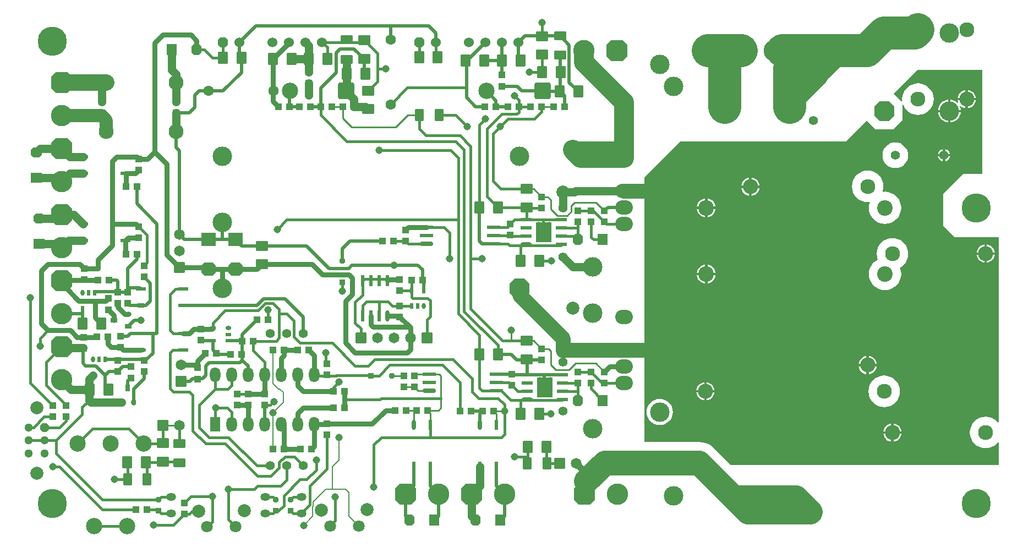
<source format=gbr>
G04 Layer_Physical_Order=2*
G04 Layer_Color=16711680*
%FSLAX26Y26*%
%MOIN*%
%TF.FileFunction,Copper,L2,Bot,Signal*%
%TF.Part,Single*%
G01*
G75*
%TA.AperFunction,Conductor*%
%ADD11C,0.050000*%
%ADD12C,0.015000*%
%ADD13C,0.020000*%
%ADD14C,0.150000*%
%ADD15C,0.120000*%
%ADD16C,0.030000*%
%ADD17C,0.200000*%
%ADD19C,0.010000*%
%TA.AperFunction,ComponentPad*%
%ADD20C,0.078740*%
%ADD21C,0.051181*%
G04:AMPARAMS|DCode=22|XSize=51.181mil|YSize=51.181mil|CornerRadius=0mil|HoleSize=0mil|Usage=FLASHONLY|Rotation=270.000|XOffset=0mil|YOffset=0mil|HoleType=Round|Shape=Octagon|*
%AMOCTAGOND22*
4,1,8,-0.012795,-0.025591,0.012795,-0.025591,0.025591,-0.012795,0.025591,0.012795,0.012795,0.025591,-0.012795,0.025591,-0.025591,0.012795,-0.025591,-0.012795,-0.012795,-0.025591,0.0*
%
%ADD22OCTAGOND22*%

%ADD23C,0.090551*%
%ADD24C,0.070866*%
%ADD25C,0.060000*%
G04:AMPARAMS|DCode=26|XSize=60mil|YSize=60mil|CornerRadius=0mil|HoleSize=0mil|Usage=FLASHONLY|Rotation=0.000|XOffset=0mil|YOffset=0mil|HoleType=Round|Shape=Octagon|*
%AMOCTAGOND26*
4,1,8,0.030000,-0.015000,0.030000,0.015000,0.015000,0.030000,-0.015000,0.030000,-0.030000,0.015000,-0.030000,-0.015000,-0.015000,-0.030000,0.015000,-0.030000,0.030000,-0.015000,0.0*
%
%ADD26OCTAGOND26*%

%ADD27C,0.065000*%
G04:AMPARAMS|DCode=28|XSize=65mil|YSize=65mil|CornerRadius=3.25mil|HoleSize=0mil|Usage=FLASHONLY|Rotation=180.000|XOffset=0mil|YOffset=0mil|HoleType=Round|Shape=RoundedRectangle|*
%AMROUNDEDRECTD28*
21,1,0.065000,0.058500,0,0,180.0*
21,1,0.058500,0.065000,0,0,180.0*
1,1,0.006500,-0.029250,0.029250*
1,1,0.006500,0.029250,0.029250*
1,1,0.006500,0.029250,-0.029250*
1,1,0.006500,-0.029250,-0.029250*
%
%ADD28ROUNDEDRECTD28*%
%ADD29C,0.118110*%
G04:AMPARAMS|DCode=30|XSize=118.11mil|YSize=118.11mil|CornerRadius=0mil|HoleSize=0mil|Usage=FLASHONLY|Rotation=270.000|XOffset=0mil|YOffset=0mil|HoleType=Round|Shape=Octagon|*
%AMOCTAGOND30*
4,1,8,-0.029527,-0.059055,0.029527,-0.059055,0.059055,-0.029528,0.059055,0.029528,0.029527,0.059055,-0.029527,0.059055,-0.059055,0.029528,-0.059055,-0.029528,-0.029527,-0.059055,0.0*
%
%ADD30OCTAGOND30*%

G04:AMPARAMS|DCode=31|XSize=65mil|YSize=65mil|CornerRadius=3.25mil|HoleSize=0mil|Usage=FLASHONLY|Rotation=90.000|XOffset=0mil|YOffset=0mil|HoleType=Round|Shape=RoundedRectangle|*
%AMROUNDEDRECTD31*
21,1,0.065000,0.058500,0,0,90.0*
21,1,0.058500,0.065000,0,0,90.0*
1,1,0.006500,0.029250,0.029250*
1,1,0.006500,0.029250,-0.029250*
1,1,0.006500,-0.029250,-0.029250*
1,1,0.006500,-0.029250,0.029250*
%
%ADD31ROUNDEDRECTD31*%
%ADD32C,0.098425*%
G04:AMPARAMS|DCode=33|XSize=98.425mil|YSize=98.425mil|CornerRadius=9.842mil|HoleSize=0mil|Usage=FLASHONLY|Rotation=0.000|XOffset=0mil|YOffset=0mil|HoleType=Round|Shape=RoundedRectangle|*
%AMROUNDEDRECTD33*
21,1,0.098425,0.078740,0,0,0.0*
21,1,0.078740,0.098425,0,0,0.0*
1,1,0.019685,0.039370,-0.039370*
1,1,0.019685,-0.039370,-0.039370*
1,1,0.019685,-0.039370,0.039370*
1,1,0.019685,0.039370,0.039370*
%
%ADD33ROUNDEDRECTD33*%
%ADD34C,0.062992*%
G04:AMPARAMS|DCode=35|XSize=118.11mil|YSize=118.11mil|CornerRadius=0mil|HoleSize=0mil|Usage=FLASHONLY|Rotation=180.000|XOffset=0mil|YOffset=0mil|HoleType=Round|Shape=Octagon|*
%AMOCTAGOND35*
4,1,8,-0.059055,0.029527,-0.059055,-0.029527,-0.029528,-0.059055,0.029528,-0.059055,0.059055,-0.029527,0.059055,0.029527,0.029528,0.059055,-0.029528,0.059055,-0.059055,0.029527,0.0*
%
%ADD35OCTAGOND35*%

G04:AMPARAMS|DCode=36|XSize=129.921mil|YSize=129.921mil|CornerRadius=0mil|HoleSize=0mil|Usage=FLASHONLY|Rotation=270.000|XOffset=0mil|YOffset=0mil|HoleType=Round|Shape=Octagon|*
%AMOCTAGOND36*
4,1,8,-0.032480,-0.064961,0.032480,-0.064961,0.064961,-0.032480,0.064961,0.032480,0.032480,0.064961,-0.032480,0.064961,-0.064961,0.032480,-0.064961,-0.032480,-0.032480,-0.064961,0.0*
%
%ADD36OCTAGOND36*%

%ADD37C,0.129921*%
%ADD38C,0.094488*%
%ADD39C,0.055118*%
%ADD40O,0.059055X0.047244*%
G04:AMPARAMS|DCode=41|XSize=129.921mil|YSize=129.921mil|CornerRadius=0mil|HoleSize=0mil|Usage=FLASHONLY|Rotation=180.000|XOffset=0mil|YOffset=0mil|HoleType=Round|Shape=Octagon|*
%AMOCTAGOND41*
4,1,8,-0.064961,0.032480,-0.064961,-0.032480,-0.032480,-0.064961,0.032480,-0.064961,0.064961,-0.032480,0.064961,0.032480,0.032480,0.064961,-0.032480,0.064961,-0.064961,0.032480,0.0*
%
%ADD41OCTAGOND41*%

%ADD42O,0.106299X0.088189*%
%ADD43O,0.064000X0.090000*%
%ADD44R,0.064000X0.090000*%
%TA.AperFunction,WasherPad*%
%ADD45C,0.177165*%
%TA.AperFunction,ViaPad*%
%ADD46C,0.118110*%
%ADD47C,0.045000*%
%ADD48C,0.025984*%
%TA.AperFunction,SMDPad,CuDef*%
G04:AMPARAMS|DCode=49|XSize=40mil|YSize=40mil|CornerRadius=3mil|HoleSize=0mil|Usage=FLASHONLY|Rotation=180.000|XOffset=0mil|YOffset=0mil|HoleType=Round|Shape=RoundedRectangle|*
%AMROUNDEDRECTD49*
21,1,0.040000,0.034000,0,0,180.0*
21,1,0.034000,0.040000,0,0,180.0*
1,1,0.006000,-0.017000,0.017000*
1,1,0.006000,0.017000,0.017000*
1,1,0.006000,0.017000,-0.017000*
1,1,0.006000,-0.017000,-0.017000*
%
%ADD49ROUNDEDRECTD49*%
%ADD50R,0.040000X0.030000*%
%ADD51O,0.040000X0.030000*%
%ADD52R,0.030000X0.040000*%
%ADD53O,0.030000X0.040000*%
%ADD54O,0.023622X0.035433*%
%ADD55R,0.023622X0.035433*%
%ADD56O,0.068898X0.023622*%
%ADD57R,0.068898X0.023622*%
%ADD58R,0.094488X0.122047*%
G04:AMPARAMS|DCode=59|XSize=23.622mil|YSize=80.709mil|CornerRadius=0mil|HoleSize=0mil|Usage=FLASHONLY|Rotation=270.000|XOffset=0mil|YOffset=0mil|HoleType=Round|Shape=Octagon|*
%AMOCTAGOND59*
4,1,8,0.040354,0.005905,0.040354,-0.005905,0.034449,-0.011811,-0.034449,-0.011811,-0.040354,-0.005905,-0.040354,0.005905,-0.034449,0.011811,0.034449,0.011811,0.040354,0.005905,0.0*
%
%ADD59OCTAGOND59*%

%ADD60R,0.080709X0.023622*%
%ADD61R,0.023622X0.068898*%
%ADD62O,0.023622X0.068898*%
G04:AMPARAMS|DCode=63|XSize=40mil|YSize=40mil|CornerRadius=3mil|HoleSize=0mil|Usage=FLASHONLY|Rotation=270.000|XOffset=0mil|YOffset=0mil|HoleType=Round|Shape=RoundedRectangle|*
%AMROUNDEDRECTD63*
21,1,0.040000,0.034000,0,0,270.0*
21,1,0.034000,0.040000,0,0,270.0*
1,1,0.006000,-0.017000,-0.017000*
1,1,0.006000,-0.017000,0.017000*
1,1,0.006000,0.017000,0.017000*
1,1,0.006000,0.017000,-0.017000*
%
%ADD63ROUNDEDRECTD63*%
G04:AMPARAMS|DCode=64|XSize=63mil|YSize=71mil|CornerRadius=4.725mil|HoleSize=0mil|Usage=FLASHONLY|Rotation=90.000|XOffset=0mil|YOffset=0mil|HoleType=Round|Shape=RoundedRectangle|*
%AMROUNDEDRECTD64*
21,1,0.063000,0.061550,0,0,90.0*
21,1,0.053550,0.071000,0,0,90.0*
1,1,0.009450,0.030775,0.026775*
1,1,0.009450,0.030775,-0.026775*
1,1,0.009450,-0.030775,-0.026775*
1,1,0.009450,-0.030775,0.026775*
%
%ADD64ROUNDEDRECTD64*%
G04:AMPARAMS|DCode=65|XSize=63mil|YSize=71mil|CornerRadius=4.725mil|HoleSize=0mil|Usage=FLASHONLY|Rotation=0.000|XOffset=0mil|YOffset=0mil|HoleType=Round|Shape=RoundedRectangle|*
%AMROUNDEDRECTD65*
21,1,0.063000,0.061550,0,0,0.0*
21,1,0.053550,0.071000,0,0,0.0*
1,1,0.009450,0.026775,-0.030775*
1,1,0.009450,-0.026775,-0.030775*
1,1,0.009450,-0.026775,0.030775*
1,1,0.009450,0.026775,0.030775*
%
%ADD65ROUNDEDRECTD65*%
%ADD66R,0.086614X0.080709*%
G04:AMPARAMS|DCode=67|XSize=86.614mil|YSize=80.709mil|CornerRadius=0mil|HoleSize=0mil|Usage=FLASHONLY|Rotation=0.000|XOffset=0mil|YOffset=0mil|HoleType=Round|Shape=Octagon|*
%AMOCTAGOND67*
4,1,8,0.043307,-0.020177,0.043307,0.020177,0.023130,0.040354,-0.023130,0.040354,-0.043307,0.020177,-0.043307,-0.020177,-0.023130,-0.040354,0.023130,-0.040354,0.043307,-0.020177,0.0*
%
%ADD67OCTAGOND67*%

%ADD68R,0.062992X0.023622*%
%ADD69O,0.062992X0.023622*%
%ADD70R,0.066929X0.062992*%
G04:AMPARAMS|DCode=71|XSize=66.929mil|YSize=62.992mil|CornerRadius=0mil|HoleSize=0mil|Usage=FLASHONLY|Rotation=0.000|XOffset=0mil|YOffset=0mil|HoleType=Round|Shape=Octagon|*
%AMOCTAGOND71*
4,1,8,0.033465,-0.015748,0.033465,0.015748,0.017717,0.031496,-0.017717,0.031496,-0.033465,0.015748,-0.033465,-0.015748,-0.017717,-0.031496,0.017717,-0.031496,0.033465,-0.015748,0.0*
%
%ADD71OCTAGOND71*%

G04:AMPARAMS|DCode=72|XSize=66.929mil|YSize=62.992mil|CornerRadius=0mil|HoleSize=0mil|Usage=FLASHONLY|Rotation=270.000|XOffset=0mil|YOffset=0mil|HoleType=Round|Shape=Octagon|*
%AMOCTAGOND72*
4,1,8,-0.015748,-0.033465,0.015748,-0.033465,0.031496,-0.017717,0.031496,0.017717,0.015748,0.033465,-0.015748,0.033465,-0.031496,0.017717,-0.031496,-0.017717,-0.015748,-0.033465,0.0*
%
%ADD72OCTAGOND72*%

%ADD73R,0.062992X0.066929*%
G04:AMPARAMS|DCode=74|XSize=35.433mil|YSize=35.433mil|CornerRadius=0mil|HoleSize=0mil|Usage=FLASHONLY|Rotation=270.000|XOffset=0mil|YOffset=0mil|HoleType=Round|Shape=Octagon|*
%AMOCTAGOND74*
4,1,8,-0.008858,-0.017717,0.008858,-0.017717,0.017717,-0.008858,0.017717,0.008858,0.008858,0.017717,-0.008858,0.017717,-0.017717,0.008858,-0.017717,-0.008858,-0.008858,-0.017717,0.0*
%
%ADD74OCTAGOND74*%

%ADD75R,0.035433X0.035433*%
G04:AMPARAMS|DCode=76|XSize=35.433mil|YSize=35.433mil|CornerRadius=0mil|HoleSize=0mil|Usage=FLASHONLY|Rotation=0.000|XOffset=0mil|YOffset=0mil|HoleType=Round|Shape=Octagon|*
%AMOCTAGOND76*
4,1,8,0.017717,-0.008858,0.017717,0.008858,0.008858,0.017717,-0.008858,0.017717,-0.017717,0.008858,-0.017717,-0.008858,-0.008858,-0.017717,0.008858,-0.017717,0.017717,-0.008858,0.0*
%
%ADD76OCTAGOND76*%

%ADD77R,0.035433X0.035433*%
G04:AMPARAMS|DCode=78|XSize=35.433mil|YSize=33.465mil|CornerRadius=0mil|HoleSize=0mil|Usage=FLASHONLY|Rotation=0.000|XOffset=0mil|YOffset=0mil|HoleType=Round|Shape=Octagon|*
%AMOCTAGOND78*
4,1,8,0.017717,-0.008366,0.017717,0.008366,0.009351,0.016732,-0.009351,0.016732,-0.017717,0.008366,-0.017717,-0.008366,-0.009351,-0.016732,0.009351,-0.016732,0.017717,-0.008366,0.0*
%
%ADD78OCTAGOND78*%

%ADD79R,0.035433X0.033465*%
%ADD80R,0.035433X0.023622*%
%ADD81O,0.035433X0.023622*%
G04:AMPARAMS|DCode=82|XSize=55.118mil|YSize=70.866mil|CornerRadius=4.134mil|HoleSize=0mil|Usage=FLASHONLY|Rotation=90.000|XOffset=0mil|YOffset=0mil|HoleType=Round|Shape=RoundedRectangle|*
%AMROUNDEDRECTD82*
21,1,0.055118,0.062599,0,0,90.0*
21,1,0.046850,0.070866,0,0,90.0*
1,1,0.008268,0.031299,0.023425*
1,1,0.008268,0.031299,-0.023425*
1,1,0.008268,-0.031299,-0.023425*
1,1,0.008268,-0.031299,0.023425*
%
%ADD82ROUNDEDRECTD82*%
G04:AMPARAMS|DCode=83|XSize=55.118mil|YSize=70.866mil|CornerRadius=4.134mil|HoleSize=0mil|Usage=FLASHONLY|Rotation=0.000|XOffset=0mil|YOffset=0mil|HoleType=Round|Shape=RoundedRectangle|*
%AMROUNDEDRECTD83*
21,1,0.055118,0.062599,0,0,0.0*
21,1,0.046850,0.070866,0,0,0.0*
1,1,0.008268,0.023425,-0.031299*
1,1,0.008268,-0.023425,-0.031299*
1,1,0.008268,-0.023425,0.031299*
1,1,0.008268,0.023425,0.031299*
%
%ADD83ROUNDEDRECTD83*%
%ADD84O,0.023622X0.062992*%
%ADD85R,0.023622X0.062992*%
%TA.AperFunction,Conductor*%
%ADD86C,0.008000*%
%ADD87C,0.090000*%
%TA.AperFunction,NonConductor*%
%ADD88C,0.010000*%
%TA.AperFunction,Conductor*%
%ADD89C,0.100000*%
%ADD90C,0.080000*%
%ADD91C,0.040000*%
G36*
X7185039Y3996063D02*
X7066929Y3996063D01*
X6948819Y3877953D01*
X6948819Y3681102D01*
X7017717Y3612205D01*
X7283465Y3612205D01*
X7283465Y2492762D01*
X7278757Y2491077D01*
X7272420Y2498798D01*
X7257913Y2510704D01*
X7241361Y2519551D01*
X7223402Y2524999D01*
X7204724Y2526839D01*
X7186047Y2524999D01*
X7168088Y2519551D01*
X7151536Y2510704D01*
X7137028Y2498798D01*
X7125122Y2484291D01*
X7116275Y2467739D01*
X7110827Y2449780D01*
X7108988Y2431102D01*
X7110827Y2412425D01*
X7116275Y2394465D01*
X7125122Y2377914D01*
X7137028Y2363406D01*
X7151536Y2351500D01*
X7168088Y2342653D01*
X7186047Y2337205D01*
X7204724Y2335366D01*
X7223402Y2337205D01*
X7241361Y2342653D01*
X7257913Y2351500D01*
X7272420Y2363406D01*
X7278757Y2371127D01*
X7283465Y2369443D01*
X7283465Y2234252D01*
X6860236D01*
X5659607Y2234252D01*
X5557756Y2336103D01*
X5542794Y2348881D01*
X5526019Y2359161D01*
X5507841Y2366691D01*
X5488709Y2371284D01*
X5469094Y2372828D01*
X5137796D01*
X5137795Y3976378D01*
X5354331Y4192913D01*
X6358268D01*
X6485315Y4319961D01*
X6536772Y4268504D01*
X6645827D01*
X6700354Y4323031D01*
Y4415658D01*
X6705354Y4416399D01*
X6706275Y4413363D01*
X6715122Y4396812D01*
X6727028Y4382304D01*
X6741536Y4370398D01*
X6758088Y4361551D01*
X6776047Y4356103D01*
X6794724Y4354263D01*
X6813402Y4356103D01*
X6831361Y4361551D01*
X6847913Y4370398D01*
X6862420Y4382304D01*
X6874327Y4396812D01*
X6883173Y4413363D01*
X6888621Y4431323D01*
X6890461Y4450000D01*
X6888621Y4468677D01*
X6883173Y4486637D01*
X6874327Y4503188D01*
X6862420Y4517696D01*
X6847913Y4529602D01*
X6831361Y4538449D01*
X6813402Y4543897D01*
X6794724Y4545737D01*
X6776047Y4543897D01*
X6758088Y4538449D01*
X6741536Y4529602D01*
X6727028Y4517696D01*
X6715122Y4503188D01*
X6706275Y4486637D01*
X6700827Y4468677D01*
X6698988Y4450000D01*
X6700023Y4439489D01*
X6695222Y4437218D01*
X6648898Y4483543D01*
X6692913Y4527559D01*
X6791339Y4625984D01*
X7185039D01*
X7185039Y3996063D01*
D02*
G37*
%LPC*%
G36*
X6640000Y3608414D02*
X6621323Y3606574D01*
X6603363Y3601126D01*
X6586812Y3592279D01*
X6572304Y3580373D01*
X6560398Y3565866D01*
X6551551Y3549314D01*
X6546103Y3531354D01*
X6544263Y3512677D01*
X6546103Y3494000D01*
X6551290Y3476900D01*
X6540713Y3471247D01*
X6525905Y3459095D01*
X6513753Y3444287D01*
X6504724Y3427394D01*
X6499163Y3409063D01*
X6497285Y3390000D01*
X6499163Y3370937D01*
X6504724Y3352606D01*
X6513753Y3335713D01*
X6525905Y3320905D01*
X6540713Y3308753D01*
X6557606Y3299724D01*
X6575937Y3294163D01*
X6595000Y3292285D01*
X6614063Y3294163D01*
X6632394Y3299724D01*
X6649287Y3308753D01*
X6664095Y3320905D01*
X6676247Y3335713D01*
X6685276Y3352606D01*
X6690837Y3370937D01*
X6692715Y3390000D01*
X6690837Y3409063D01*
X6685276Y3427394D01*
X6684673Y3428523D01*
X6693188Y3433075D01*
X6707696Y3444981D01*
X6719602Y3459489D01*
X6728449Y3476040D01*
X6733897Y3494000D01*
X6735737Y3512677D01*
X6733897Y3531354D01*
X6728449Y3549314D01*
X6719602Y3565866D01*
X6707696Y3580373D01*
X6693188Y3592279D01*
X6676637Y3601126D01*
X6658677Y3606574D01*
X6640000Y3608414D01*
D02*
G37*
G36*
X5504823Y3382500D02*
X5455572D01*
X5456552Y3375056D01*
X5462320Y3361131D01*
X5471496Y3349173D01*
X5483454Y3339997D01*
X5497379Y3334229D01*
X5504823Y3333249D01*
Y3382500D01*
D02*
G37*
G36*
X6497500Y2893427D02*
Y2846161D01*
X6544765D01*
X6543853Y2853091D01*
X6538283Y2866538D01*
X6529423Y2878084D01*
X6517876Y2886945D01*
X6504430Y2892514D01*
X6497500Y2893427D01*
D02*
G37*
G36*
X6544765Y2831161D02*
X6497500D01*
Y2783896D01*
X6504430Y2784809D01*
X6517876Y2790378D01*
X6529423Y2799238D01*
X6538283Y2810785D01*
X6543853Y2824232D01*
X6544765Y2831161D01*
D02*
G37*
G36*
X6482500Y2893427D02*
X6475570Y2892514D01*
X6462124Y2886945D01*
X6450577Y2878084D01*
X6441717Y2866538D01*
X6436147Y2853091D01*
X6435235Y2846161D01*
X6482500D01*
Y2893427D01*
D02*
G37*
G36*
X5569074Y3382500D02*
X5519823D01*
Y3333249D01*
X5527266Y3334229D01*
X5541192Y3339997D01*
X5553150Y3349173D01*
X5562325Y3361131D01*
X5568093Y3375056D01*
X5569074Y3382500D01*
D02*
G37*
G36*
X7197225Y3506279D02*
X7149959D01*
X7150872Y3499350D01*
X7156441Y3485903D01*
X7165301Y3474356D01*
X7176848Y3465496D01*
X7190295Y3459927D01*
X7197225Y3459014D01*
Y3506279D01*
D02*
G37*
G36*
X7259490D02*
X7212225D01*
Y3459014D01*
X7219154Y3459927D01*
X7232601Y3465496D01*
X7244147Y3474356D01*
X7253008Y3485903D01*
X7258577Y3499350D01*
X7259490Y3506279D01*
D02*
G37*
G36*
X5519823Y3446751D02*
Y3397500D01*
X5569074D01*
X5568093Y3404944D01*
X5562325Y3418869D01*
X5553150Y3430827D01*
X5541192Y3440003D01*
X5527266Y3445771D01*
X5519823Y3446751D01*
D02*
G37*
G36*
X7197225Y3568545D02*
X7190295Y3567632D01*
X7176848Y3562063D01*
X7165301Y3553202D01*
X7156441Y3541656D01*
X7150872Y3528209D01*
X7149959Y3521279D01*
X7197225D01*
Y3568545D01*
D02*
G37*
G36*
X5504823Y3446751D02*
X5497379Y3445771D01*
X5483454Y3440003D01*
X5471496Y3430827D01*
X5462320Y3418869D01*
X5456552Y3404944D01*
X5455572Y3397500D01*
X5504823D01*
Y3446751D01*
D02*
G37*
G36*
X6647500Y2484765D02*
Y2437500D01*
X6694765D01*
X6693853Y2444430D01*
X6688283Y2457876D01*
X6679423Y2469423D01*
X6667876Y2478283D01*
X6654430Y2483853D01*
X6647500Y2484765D01*
D02*
G37*
G36*
X5230000Y2634438D02*
X5214502Y2632911D01*
X5199600Y2628391D01*
X5185867Y2621050D01*
X5173829Y2611171D01*
X5163950Y2599133D01*
X5156609Y2585399D01*
X5152089Y2570497D01*
X5150562Y2555000D01*
X5152089Y2539503D01*
X5156609Y2524601D01*
X5163950Y2510867D01*
X5173829Y2498829D01*
X5185867Y2488950D01*
X5199600Y2481609D01*
X5214502Y2477089D01*
X5230000Y2475562D01*
X5245498Y2477089D01*
X5260400Y2481609D01*
X5274133Y2488950D01*
X5286171Y2498829D01*
X5296050Y2510867D01*
X5303391Y2524601D01*
X5307911Y2539503D01*
X5309438Y2555000D01*
X5307911Y2570497D01*
X5303391Y2585399D01*
X5296050Y2599133D01*
X5286171Y2611171D01*
X5274133Y2621050D01*
X5260400Y2628391D01*
X5245498Y2632911D01*
X5230000Y2634438D01*
D02*
G37*
G36*
X6632500Y2484765D02*
X6625570Y2483853D01*
X6612124Y2478283D01*
X6600577Y2469423D01*
X6591717Y2457876D01*
X6586147Y2444430D01*
X6585235Y2437500D01*
X6632500D01*
Y2484765D01*
D02*
G37*
G36*
Y2422500D02*
X6585235D01*
X6586147Y2415570D01*
X6591717Y2402124D01*
X6600577Y2390577D01*
X6612124Y2381717D01*
X6625570Y2376147D01*
X6632500Y2375235D01*
Y2422500D01*
D02*
G37*
G36*
X6694765D02*
X6647500D01*
Y2375235D01*
X6654430Y2376147D01*
X6667876Y2381717D01*
X6679423Y2390577D01*
X6688283Y2402124D01*
X6693853Y2415570D01*
X6694765Y2422500D01*
D02*
G37*
G36*
X6590000Y2775737D02*
X6571323Y2773897D01*
X6553363Y2768449D01*
X6536812Y2759602D01*
X6522304Y2747696D01*
X6510398Y2733188D01*
X6501551Y2716637D01*
X6496103Y2698677D01*
X6494263Y2680000D01*
X6496103Y2661323D01*
X6501551Y2643363D01*
X6510398Y2626812D01*
X6522304Y2612304D01*
X6536812Y2600398D01*
X6553363Y2591551D01*
X6571323Y2586103D01*
X6590000Y2584263D01*
X6608677Y2586103D01*
X6626637Y2591551D01*
X6643188Y2600398D01*
X6657696Y2612304D01*
X6669602Y2626812D01*
X6678449Y2643363D01*
X6683897Y2661323D01*
X6685737Y2680000D01*
X6683897Y2698677D01*
X6678449Y2716637D01*
X6669602Y2733188D01*
X6657696Y2747696D01*
X6643188Y2759602D01*
X6626637Y2768449D01*
X6608677Y2773897D01*
X6590000Y2775737D01*
D02*
G37*
G36*
X5514823Y2734765D02*
Y2687500D01*
X5562088D01*
X5561176Y2694430D01*
X5555606Y2707876D01*
X5546746Y2719423D01*
X5535199Y2728283D01*
X5521753Y2733853D01*
X5514823Y2734765D01*
D02*
G37*
G36*
X6482500Y2831161D02*
X6435235D01*
X6436147Y2824232D01*
X6441717Y2810785D01*
X6450577Y2799238D01*
X6462124Y2790378D01*
X6475570Y2784809D01*
X6482500Y2783896D01*
Y2831161D01*
D02*
G37*
G36*
X5499823Y2734765D02*
X5492893Y2733853D01*
X5479447Y2728283D01*
X5467900Y2719423D01*
X5459040Y2707876D01*
X5453470Y2694430D01*
X5452558Y2687500D01*
X5499823D01*
Y2734765D01*
D02*
G37*
G36*
Y2672500D02*
X5452558D01*
X5453470Y2665570D01*
X5459040Y2652124D01*
X5467900Y2640577D01*
X5479447Y2631717D01*
X5492893Y2626147D01*
X5499823Y2625235D01*
Y2672500D01*
D02*
G37*
G36*
X5562088D02*
X5514823D01*
Y2625235D01*
X5521753Y2626147D01*
X5535199Y2631717D01*
X5546746Y2640577D01*
X5555606Y2652124D01*
X5561176Y2665570D01*
X5562088Y2672500D01*
D02*
G37*
G36*
X6960138Y4146896D02*
Y4117500D01*
X6989533D01*
X6989230Y4119805D01*
X6985445Y4128942D01*
X6979425Y4136787D01*
X6971579Y4142808D01*
X6962443Y4146592D01*
X6960138Y4146896D01*
D02*
G37*
G36*
X7053650Y4370059D02*
X6992500D01*
Y4308908D01*
X6998537Y4309503D01*
X7011554Y4313452D01*
X7023551Y4319864D01*
X7034066Y4328493D01*
X7042695Y4339008D01*
X7049107Y4351005D01*
X7053056Y4364022D01*
X7053650Y4370059D01*
D02*
G37*
G36*
X6945138Y4146896D02*
X6942833Y4146592D01*
X6933696Y4142808D01*
X6925850Y4136787D01*
X6919830Y4128942D01*
X6916046Y4119805D01*
X6915742Y4117500D01*
X6945138D01*
Y4146896D01*
D02*
G37*
G36*
Y4102500D02*
X6915742D01*
X6916046Y4100195D01*
X6919830Y4091058D01*
X6925850Y4083213D01*
X6933696Y4077192D01*
X6942833Y4073408D01*
X6945138Y4073104D01*
Y4102500D01*
D02*
G37*
G36*
X6989533D02*
X6960138D01*
Y4073104D01*
X6962443Y4073408D01*
X6971579Y4077192D01*
X6979425Y4083213D01*
X6985445Y4091058D01*
X6989230Y4100195D01*
X6989533Y4102500D01*
D02*
G37*
G36*
X6977500Y4370059D02*
X6916350D01*
X6916944Y4364022D01*
X6920893Y4351005D01*
X6927305Y4339008D01*
X6935934Y4328493D01*
X6946449Y4319864D01*
X6958446Y4313452D01*
X6971463Y4309503D01*
X6977500Y4308908D01*
Y4370059D01*
D02*
G37*
G36*
X7082500Y4504765D02*
X7075570Y4503853D01*
X7062124Y4498283D01*
X7050577Y4489423D01*
X7041717Y4477876D01*
X7036147Y4464430D01*
X7035235Y4457500D01*
X7082500D01*
Y4504765D01*
D02*
G37*
G36*
X7097500D02*
Y4457500D01*
X7144765D01*
X7143853Y4464430D01*
X7138283Y4477876D01*
X7129423Y4489423D01*
X7117876Y4498283D01*
X7104430Y4503853D01*
X7097500Y4504765D01*
D02*
G37*
G36*
X7144765Y4442500D02*
X7097500D01*
Y4395235D01*
X7104430Y4396147D01*
X7117876Y4401717D01*
X7129423Y4410577D01*
X7138283Y4422124D01*
X7143853Y4435570D01*
X7144765Y4442500D01*
D02*
G37*
G36*
X6977500Y4446209D02*
X6971463Y4445615D01*
X6958446Y4441666D01*
X6946449Y4435254D01*
X6935934Y4426625D01*
X6927305Y4416110D01*
X6920893Y4404113D01*
X6916944Y4391096D01*
X6916350Y4385059D01*
X6977500D01*
Y4446209D01*
D02*
G37*
G36*
X6992500D02*
Y4385059D01*
X7053650D01*
X7053056Y4391096D01*
X7049107Y4404113D01*
X7047939Y4406299D01*
X7051840Y4409608D01*
X7062124Y4401717D01*
X7075570Y4396147D01*
X7082500Y4395235D01*
Y4442500D01*
X7035235D01*
X7036147Y4435570D01*
X7039158Y4428301D01*
X7034823Y4425702D01*
X7034066Y4426625D01*
X7023551Y4435254D01*
X7011554Y4441666D01*
X6998537Y4445615D01*
X6992500Y4446209D01*
D02*
G37*
G36*
X5569074Y3784075D02*
X5519823D01*
Y3734824D01*
X5527266Y3735804D01*
X5541192Y3741572D01*
X5553150Y3750748D01*
X5562325Y3762706D01*
X5568093Y3776631D01*
X5569074Y3784075D01*
D02*
G37*
G36*
X5504823Y3848325D02*
X5497379Y3847345D01*
X5483454Y3841577D01*
X5471496Y3832402D01*
X5462320Y3820444D01*
X5456552Y3806519D01*
X5455572Y3799075D01*
X5504823D01*
Y3848325D01*
D02*
G37*
G36*
Y3784075D02*
X5455572D01*
X5456552Y3776631D01*
X5462320Y3762706D01*
X5471496Y3750748D01*
X5483454Y3741572D01*
X5497379Y3735804D01*
X5504823Y3734824D01*
Y3784075D01*
D02*
G37*
G36*
X7212225Y3568545D02*
Y3521279D01*
X7259490D01*
X7258577Y3528209D01*
X7253008Y3541656D01*
X7244147Y3553202D01*
X7232601Y3562063D01*
X7219154Y3567632D01*
X7212225Y3568545D01*
D02*
G37*
G36*
X6490000Y4017075D02*
X6471323Y4015236D01*
X6453363Y4009788D01*
X6436812Y4000941D01*
X6422304Y3989035D01*
X6410398Y3974527D01*
X6401551Y3957975D01*
X6396103Y3940016D01*
X6394263Y3921339D01*
X6396103Y3902661D01*
X6401551Y3884702D01*
X6410398Y3868150D01*
X6422304Y3853643D01*
X6436812Y3841736D01*
X6453363Y3832890D01*
X6471323Y3827442D01*
X6490000Y3825602D01*
X6499646Y3826552D01*
X6502818Y3822687D01*
X6499163Y3810638D01*
X6497285Y3791575D01*
X6499163Y3772512D01*
X6504724Y3754181D01*
X6513753Y3737287D01*
X6525905Y3722480D01*
X6540713Y3710328D01*
X6557606Y3701298D01*
X6575937Y3695738D01*
X6595000Y3693860D01*
X6614063Y3695738D01*
X6632394Y3701298D01*
X6649287Y3710328D01*
X6664095Y3722480D01*
X6676247Y3737287D01*
X6685276Y3754181D01*
X6690837Y3772512D01*
X6692715Y3791575D01*
X6690837Y3810638D01*
X6685276Y3828969D01*
X6676247Y3845862D01*
X6664095Y3860669D01*
X6649287Y3872822D01*
X6632394Y3881851D01*
X6614063Y3887412D01*
X6595000Y3889289D01*
X6583852Y3888191D01*
X6580680Y3892057D01*
X6583897Y3902661D01*
X6585737Y3921339D01*
X6583897Y3940016D01*
X6578449Y3957975D01*
X6569602Y3974527D01*
X6557696Y3989035D01*
X6543188Y4000941D01*
X6526637Y4009788D01*
X6508677Y4015236D01*
X6490000Y4017075D01*
D02*
G37*
G36*
X5519823Y3848325D02*
Y3799075D01*
X5569074D01*
X5568093Y3806519D01*
X5562325Y3820444D01*
X5553150Y3832402D01*
X5541192Y3841577D01*
X5527266Y3847345D01*
X5519823Y3848325D01*
D02*
G37*
G36*
X5787500Y3974017D02*
Y3926752D01*
X5834765D01*
X5833853Y3933682D01*
X5828283Y3947128D01*
X5819423Y3958675D01*
X5807876Y3967535D01*
X5794430Y3973105D01*
X5787500Y3974017D01*
D02*
G37*
G36*
X6657362Y4187934D02*
X6642158Y4186437D01*
X6627538Y4182002D01*
X6614064Y4174800D01*
X6602254Y4165108D01*
X6592562Y4153298D01*
X6585360Y4139824D01*
X6580925Y4125204D01*
X6579428Y4110000D01*
X6580925Y4094796D01*
X6585360Y4080176D01*
X6592562Y4066702D01*
X6602254Y4054892D01*
X6614064Y4045200D01*
X6627538Y4037998D01*
X6642158Y4033563D01*
X6657362Y4032066D01*
X6672566Y4033563D01*
X6687186Y4037998D01*
X6700660Y4045200D01*
X6712470Y4054892D01*
X6722162Y4066702D01*
X6729364Y4080176D01*
X6733799Y4094796D01*
X6735297Y4110000D01*
X6733799Y4125204D01*
X6729364Y4139824D01*
X6722162Y4153298D01*
X6712470Y4165108D01*
X6700660Y4174800D01*
X6687186Y4182002D01*
X6672566Y4186437D01*
X6657362Y4187934D01*
D02*
G37*
G36*
X5772500Y3974017D02*
X5765570Y3973105D01*
X5752124Y3967535D01*
X5740577Y3958675D01*
X5731717Y3947128D01*
X5726147Y3933682D01*
X5725235Y3926752D01*
X5772500D01*
Y3974017D01*
D02*
G37*
G36*
Y3911752D02*
X5725235D01*
X5726147Y3904822D01*
X5731717Y3891376D01*
X5740577Y3879829D01*
X5752124Y3870969D01*
X5765570Y3865399D01*
X5772500Y3864487D01*
Y3911752D01*
D02*
G37*
G36*
X5834765D02*
X5787500D01*
Y3864487D01*
X5794430Y3865399D01*
X5807876Y3870969D01*
X5819423Y3879829D01*
X5828283Y3891376D01*
X5833853Y3904822D01*
X5834765Y3911752D01*
D02*
G37*
%LPD*%
D11*
X1970472Y2614173D02*
X1784827D01*
X1774000Y2625000D01*
Y2690000D01*
Y2754157D01*
X1797598Y2777756D01*
X1774000Y2690000D02*
X1664016D01*
X1609016Y2745000D01*
X1736535Y2945000D02*
X1609016D01*
X1737047Y3595000D02*
X1652480D01*
X1607480Y3550000D01*
X1583268Y3574213D01*
X1470000D01*
X1583268Y3725787D02*
X1607480Y3750000D01*
X1682047D01*
X1737047Y3695000D01*
X1607480Y3950000D02*
X1657480Y4000000D01*
X1737047D01*
Y4100000D02*
X1657480D01*
X1607480Y4150000D01*
X1479213D01*
X1455000Y4125787D01*
Y3974213D02*
X1583268D01*
X1607480Y3950000D01*
X1583268Y3725787D02*
X1470000D01*
X1850000Y4433465D02*
Y4521260D01*
X1878740Y4550000D01*
X2274213Y4625787D02*
X2300000Y4600000D01*
Y4550000D01*
Y4433465D01*
Y4366535D02*
Y4254724D01*
X2274213Y4625787D02*
Y4750000D01*
X3001000Y4695000D02*
X3104000D01*
X3105000Y4613465D02*
Y4775000D01*
X3085000Y4795000D01*
X3335000Y4690945D02*
Y4505000D01*
X3330000Y4500000D01*
X3378465Y4451535D01*
Y4405000D01*
X3449000D01*
X3465000Y4389000D01*
X3105000Y4475000D02*
Y4546535D01*
X4645000Y3495000D02*
X4705000Y3435000D01*
X4825000D01*
X4645000Y3790276D02*
Y3886575D01*
X4645472Y3887047D01*
X4713819D01*
X4721772Y3895000D01*
X5015000D01*
X4140000Y2222047D02*
Y2107481D01*
X4090000Y2057481D01*
Y1924213D01*
X4114213Y1900000D01*
D12*
X1853898Y1965000D02*
X2056535D01*
X2123465D02*
X2187520D01*
X2195000Y1957520D01*
X2212520Y1940000D01*
X2270000D01*
X2283543Y1870079D02*
X2350000Y1936535D01*
X2381535D01*
X2398740Y1953740D01*
X2437205D01*
X2488386Y1859252D02*
X2520000Y1890866D01*
Y2045000D01*
X2391535D01*
X2350000Y2003465D01*
X2320000Y2245945D02*
X2311945Y2254000D01*
X2220000D01*
X2216000Y2250000D01*
X2116000D01*
X2125984Y2240016D01*
Y2145669D01*
X2007874D02*
Y2246126D01*
X2004000Y2250000D01*
X2007874Y2145669D02*
X1929134D01*
X1855473Y2022480D02*
X2195000D01*
X2212520Y2040000D01*
X2270000D01*
X2283543Y1870079D02*
X2165354D01*
X2005000Y1865000D02*
X1805000D01*
X1853898Y1965000D02*
X1594488Y2224409D01*
X1555118D01*
X1705000Y2365000D02*
X1795000Y2455000D01*
X2015000D01*
X2105000Y2365000D01*
X2219000D01*
X2220000Y2366000D01*
Y2475000D01*
X2320000Y2364055D02*
Y2475000D01*
X2440945Y2460630D02*
Y2598425D01*
X2536535Y2694016D01*
X2615276D01*
X2636535Y2715276D01*
Y2780000D01*
X2670000Y2663465D02*
X2736535D01*
X2610000Y2580000D02*
X2636535Y2553465D01*
Y2480000D01*
X2610000Y2580000D02*
X2540000D01*
X2536535Y2576535D01*
Y2480000D01*
X2500000Y2401575D02*
X2618110D01*
X2789685Y2230000D01*
X2870000D01*
X2874016Y2165354D02*
X2924941Y2216280D01*
Y2248664D01*
X2959742Y2283465D01*
X3016535D01*
X3070000Y2230000D01*
X3090551Y2145669D02*
X3149606Y2204724D01*
Y2263780D01*
X3090551Y2145669D02*
X3051181D01*
X2952756Y2047244D01*
Y1988189D01*
X2922087Y1957520D01*
X2905000D01*
X2887480Y1940000D01*
X2840000D01*
X2995000Y1957520D02*
X3012520Y1940000D01*
X3060000D01*
Y1942418D01*
X3110236Y1992654D01*
Y2106299D01*
X3215000Y2211063D01*
Y2416535D01*
X3497165Y2355433D02*
X3543307Y2401575D01*
X3838583D01*
X4271654D01*
X4290394Y2420315D01*
Y2560000D01*
Y2599370D01*
X4251968Y2637795D01*
X4133858D01*
X4094488Y2677165D01*
Y2755905D01*
X3976378Y2874016D01*
X3503937D01*
X3464567Y2834646D01*
X3385827D01*
X3248032Y2972441D01*
X3051181D01*
X3015059Y3008563D01*
Y3106988D01*
X2972441Y3149606D01*
X2924941D01*
Y3177421D01*
X2888937Y3213425D01*
X2841896D01*
X2797762Y3169291D01*
X2598425D01*
X2522756Y3093622D01*
Y3062402D01*
X2342953Y3300000D02*
X2296063D01*
X2263780Y3267716D01*
Y3051181D01*
X2284961Y3030000D01*
X2342953D01*
Y2930000D02*
X2280394D01*
X2263780Y2913386D01*
Y2696850D01*
X2283465Y2677165D01*
X2381890D01*
X2401575Y2657480D01*
Y2440945D01*
X2480315Y2362205D01*
X2598425D01*
X2795276Y2165354D01*
X2874016D01*
X2795276Y2106299D02*
X2933071D01*
X2970000Y2143228D01*
Y2230000D01*
X2995000Y2022480D02*
X3012520Y2040000D01*
X3060000D01*
X3233386Y1864252D02*
X3265000Y1895866D01*
Y2040000D01*
X3497165Y2099528D02*
Y2355433D01*
X3535512Y2630000D02*
X3543307Y2637795D01*
X3905000D01*
X3840000Y2477953D02*
Y2402992D01*
X3838583Y2401575D01*
X4021535Y2560000D02*
Y2733465D01*
X3915000Y2840000D01*
X3595000D01*
X3530000Y2775000D01*
X3481024D01*
X3479803Y2776220D01*
X3270833D01*
X3269613Y2775000D01*
X3141535D01*
X3136535Y2780000D01*
X3208661Y2854803D02*
Y2913386D01*
Y2854803D02*
X3215000Y2848465D01*
X3253071Y2701890D02*
X3287402Y2736220D01*
X3253071Y2701890D02*
Y2680000D01*
X3320000D02*
X3322835Y2677165D01*
X3320000Y2630000D02*
X3535512D01*
X3820000Y3003740D02*
Y3113740D01*
X3840000Y3133740D01*
Y3228740D01*
X3825000Y3243740D01*
X3735000D01*
X3726890Y3251850D01*
Y3290276D01*
X3727599Y3290984D01*
Y3352677D01*
X3726535Y3353740D01*
X3726890Y3290276D02*
X3655000D01*
X3585000Y3223740D02*
X3611535Y3197205D01*
X3655000D01*
X3655709Y3196496D01*
X3727599D01*
X3585000Y3223740D02*
X3530000D01*
X3455000D01*
X3430000Y3198740D01*
Y3137441D01*
X3385000Y3093740D02*
Y3218740D01*
X3430000Y3263740D01*
Y3350039D01*
X3438701Y3358740D01*
X3530000D01*
X3580000D01*
X3530000Y3223740D02*
Y3137441D01*
X3385000Y3093740D02*
X3420000Y3058740D01*
Y3003740D01*
X3307087Y3287402D02*
Y3341535D01*
X3618465Y3590000D02*
X3620000Y3591535D01*
X3690167D01*
X3706703Y3575000D01*
X3817412D01*
X3956693Y3484252D02*
Y3641732D01*
X3923425Y3675000D01*
X3817412D01*
X4085000Y3484252D02*
X4153543D01*
X4389000Y3470000D02*
Y3561000D01*
X4385000Y3565000D01*
X4629803D01*
X4634803Y3570000D01*
Y3620000D02*
X4714380D01*
X4734380Y3600000D01*
X4735167Y3600787D01*
Y3670000D01*
Y3706535D01*
Y3773465D02*
X4815167D01*
X4828238D01*
X4895167Y3706535D01*
X4906703Y3695000D01*
X5015000D01*
X4815167Y3706535D02*
Y3614833D01*
X4830000Y3600000D01*
X4885955D01*
X4634803Y3720000D02*
X4525000D01*
X4422205D01*
X4425000Y3722795D01*
Y3794000D01*
X4427465Y3791535D01*
X4515000D01*
X4525000Y3720000D02*
Y3676063D01*
X4528504Y3672559D01*
X4634803Y3670000D02*
X4735167D01*
X4575000Y3470000D02*
X4501000D01*
X4385000Y3565000D02*
X4320000D01*
X4310000Y3575000D01*
X4222923D01*
Y3625000D02*
X4323632D01*
X4325167Y3626535D01*
X4331703Y3620000D01*
X4422205D01*
Y3720000D02*
X4351703D01*
X4325167Y3693465D01*
X4306703Y3675000D01*
X4222923D01*
X4251000Y3795000D02*
X4424000D01*
X4425000Y3794000D01*
Y3906000D02*
X4269000D01*
X4220000Y3955000D01*
Y4240000D01*
X4265000Y4285000D01*
X4310000Y4330000D01*
X4470000D01*
X4514485Y4374485D01*
Y4405000D01*
X4447555D02*
X4376475D01*
Y4443525D01*
X4350000Y4470000D01*
X4376475Y4405000D02*
Y4371475D01*
X4365000Y4360000D01*
X4275000D01*
X4185000Y4270000D01*
Y3861000D01*
X4251000Y3795000D01*
X4139000D02*
Y4294000D01*
X4175000Y4330000D01*
X4060000Y4520000D02*
X3701850D01*
X3600000Y4418150D01*
X3530000Y4140000D02*
X3965000D01*
X4010000Y4095000D01*
Y3720472D01*
Y3150000D01*
X4139000Y3021000D01*
Y2905000D01*
Y2701000D01*
X4155000Y2685000D01*
X4240000D01*
X4270000D01*
X4327736Y2627264D01*
X4390000D01*
X4638563D01*
X4641299Y2630000D01*
Y2680000D02*
X4734213D01*
Y2730748D01*
X4735000Y2731535D01*
X4734213Y2730748D02*
X4733465Y2730000D01*
X4641299D01*
X4734213Y2680000D02*
Y2625000D01*
X4815000Y2695787D02*
X4885787Y2625000D01*
X4881929Y2731535D02*
X4895000D01*
X5013465D01*
X5015000Y2730000D01*
X4815000Y2798465D02*
X4881929Y2731535D01*
X4815000D02*
Y2695787D01*
Y2798465D02*
X4735000D01*
X4570000Y2545000D02*
X4501000D01*
X4544189Y2342520D02*
Y2247150D01*
X4547244Y2244095D01*
X4625984D01*
X4389000Y2545000D02*
Y2626264D01*
X4390000Y2627264D01*
X4371535Y2680000D02*
X4428701D01*
X4371535D02*
X4335000Y2716535D01*
X4316535Y2735000D01*
X4240000D01*
X4251000Y2905000D02*
Y2959000D01*
X4045000Y3165000D01*
Y4145000D01*
X3995000Y4195000D01*
X3335000D01*
X3176535Y4353465D01*
Y4405000D01*
X3465000Y4501000D02*
X3520000Y4556000D01*
Y4635000D01*
X3570000D01*
X3520000D02*
Y4726000D01*
X3440000Y4806000D01*
X3429000Y4795000D01*
X3185000D01*
X3216000Y4764000D01*
Y4695000D01*
X3775945Y4269055D02*
Y4355000D01*
Y4269055D02*
X3815000Y4230000D01*
X4020000D01*
X4085000Y4165000D01*
Y3484252D01*
Y3180000D01*
X4279000Y2986000D01*
X4330709D01*
X4425000D01*
X4432189Y2342520D02*
Y2283465D01*
X4350394D01*
X2913386Y3661417D02*
X2972441Y3720472D01*
X4010000D01*
X4065000Y4285000D02*
X3995000Y4355000D01*
X3894055D01*
X3885000Y4705000D02*
X3875000Y4715000D01*
Y4795000D01*
X3775000D02*
Y4707000D01*
X3773000Y4705000D01*
X4518010Y4719000D02*
Y4612980D01*
X4519000Y4611990D01*
X4441990D01*
X4518010Y4831000D02*
Y4834055D01*
Y4913010D01*
X2858465Y3173425D02*
Y3115000D01*
X2906201Y2984941D02*
X2924941Y3003681D01*
Y3149606D01*
X2906201Y2984941D02*
X2768465D01*
Y2985000D01*
Y2984941D02*
Y2926535D01*
X2836535Y2858465D01*
Y2780000D01*
X2893701Y2618701D02*
Y2618110D01*
Y2618701D02*
X2871535Y2596535D01*
X2836535D01*
X2536535Y2780000D02*
Y2694016D01*
X2440945Y2460630D02*
X2500000Y2401575D01*
X2618110Y2086614D02*
X2775591D01*
X2795276Y2106299D01*
X2840000Y2040000D02*
X2887480D01*
X2905000Y2022480D01*
X2618110Y2086614D02*
Y1902756D01*
X2661614Y1859252D01*
X1855473Y2022480D02*
X1574803Y2303150D01*
Y2381890D01*
X1732284Y2539370D01*
Y2583284D01*
X1774000Y2625000D01*
X1633858Y2598425D02*
X1515748Y2716535D01*
Y2858267D01*
X1607480Y2950000D01*
X1476378Y2952756D02*
Y3001378D01*
X1525000Y3050000D01*
X1417323Y2730315D02*
Y3248032D01*
Y2730315D02*
X1555118Y2592520D01*
Y2525590D02*
X1501968D01*
X1437008Y2460630D01*
X1407480D01*
X1505906D02*
X1594488D01*
X1633858Y2500000D01*
Y2525590D01*
Y2592520D02*
Y2598425D01*
X1574803Y2381890D02*
X1505906D01*
X1407480D01*
X2106299Y3438976D02*
X2125984Y3458662D01*
Y3627480D01*
X2075000Y3678465D01*
X2520000Y4700000D02*
X2584000D01*
X2585000Y4701000D01*
Y4795000D01*
X2470000Y4750000D02*
X2520000Y4700000D01*
X2470000Y4750000D02*
X2425787D01*
D13*
X2330000Y2740000D02*
X2385669D01*
X2401575Y2755905D01*
X2460630D01*
X2480315Y2775591D01*
Y2834646D01*
X2500669Y2855000D01*
X2688071D01*
X2701535Y2868465D01*
X2736535Y2833465D01*
Y2780000D01*
X2701535Y2868465D02*
Y2985000D01*
Y3025000D01*
X2791535Y3115000D01*
X2789580Y3200000D02*
X2830505Y3240925D01*
X2959862D01*
X3070000Y3130787D01*
Y3030000D01*
X2789580Y3200000D02*
X2342953D01*
X2450000Y2991535D02*
X2453937Y2987599D01*
X2522756D01*
Y2930709D01*
X2543465Y2910000D01*
X2548465Y2905000D01*
X2631535D01*
X2617244Y2987599D02*
X2698937D01*
X2701535Y2985000D01*
X2836535Y2596535D02*
Y2480000D01*
X2160000Y2910000D02*
Y3030000D01*
X2185039D01*
Y3694961D01*
X2063465Y3816535D01*
Y3920000D01*
X2320000Y3630000D02*
Y4136693D01*
X2300000Y4156693D01*
Y4254724D01*
Y4366535D02*
X2381535D01*
X2415000Y4400000D01*
Y4475000D01*
X2440000Y4500000D01*
X2498150D01*
X2585000D01*
X2696000Y4611000D01*
Y4700000D01*
X2685000Y4711000D01*
Y4795000D01*
X2785000Y4895000D01*
X3600000D01*
X3830000D01*
X3875000Y4850000D01*
Y4795000D01*
X4060000Y4680000D02*
X4175000Y4795000D01*
X4275000D02*
Y4595455D01*
X4274000Y4685000D02*
X4167990D01*
X4180000Y4500000D02*
X4238465Y4441535D01*
Y4405000D01*
X4309545D01*
X4520000Y4500000D02*
X4521990Y4498010D01*
X4624000D01*
X4653465Y4468545D01*
Y4405000D01*
X4624000Y4498010D02*
X4626020Y4500030D01*
Y4715945D01*
X4682500Y4551510D02*
X4736000Y4498010D01*
X4682500Y4551510D02*
Y4777575D01*
X4626020Y4834055D01*
X4518010D01*
X4414055D01*
X4375000Y4795000D01*
Y4696000D01*
X4386000Y4685000D01*
X4366475Y4528525D02*
X4395000Y4500000D01*
X4520000D01*
X4366475Y4528525D02*
X4275000D01*
X4171535Y4405000D02*
X4115000D01*
X4060000Y4460000D01*
Y4520000D01*
Y4680000D01*
X3600000Y4811850D02*
Y4895000D01*
X3379000Y4755000D02*
X3440000Y4694000D01*
Y4611000D01*
X3446000Y4605000D01*
X3379000Y4755000D02*
X3295000D01*
X3270000Y4730000D01*
Y4610000D01*
X3176535Y4516535D01*
Y4405000D01*
X3113465D01*
X2988465Y4498465D02*
X2990000Y4500000D01*
X2988465Y4498465D02*
Y4405000D01*
X3046535D01*
X2580000Y3705000D02*
Y3603583D01*
X2585000Y3598583D01*
X2660000D01*
X2697583Y3561000D01*
X2820000D01*
X3092543D01*
X3228346Y3425197D01*
X3346457D01*
X3365000Y3443740D01*
X3620000D01*
X3765000D01*
X3793465Y3415276D01*
Y3353740D01*
X3802402Y3344803D01*
Y3290984D01*
X3551535Y3590000D02*
X3353780D01*
X3307087Y3543307D01*
Y3469488D01*
X2585000Y3598583D02*
X2496447D01*
X2351417D01*
X2320000Y3630000D01*
X2145669Y3332677D02*
X2106299Y3372047D01*
X2063465Y3480787D02*
Y3510000D01*
Y3480787D02*
X2007874Y3425197D01*
Y3307087D01*
X2079961D01*
X2087047Y3300000D01*
X2007874Y3307087D02*
Y3281496D01*
X1948819D01*
Y3282126D01*
Y3346457D01*
X1940276Y3355000D01*
X1893465D01*
X1948819Y3282126D02*
X1815590D01*
X1809055Y3275591D01*
X1734252Y3181102D02*
Y3149606D01*
Y3091638D01*
X1735339Y3090551D01*
X1734252Y3149606D02*
X1607874D01*
X1607480Y3150000D01*
X1736535Y2945000D02*
Y2850079D01*
X1751968Y2834646D01*
X1784304D01*
X1784422Y2834528D01*
X1815630D01*
X1872401Y2777756D01*
X1895827Y2801181D01*
X1948819D01*
X1976378Y2828740D01*
X2027559D01*
Y2761811D02*
X2007874Y2742126D01*
Y2700787D01*
X2045276Y2694882D02*
X2106299Y2755905D01*
Y2801181D01*
X2122244Y2872244D02*
X2160000Y2910000D01*
Y3030000D02*
X2087047D01*
X2025000D01*
X2008465Y3013465D01*
X1965000D01*
X1872401Y2872244D02*
X2122244D01*
X2045276Y2694882D02*
Y2614173D01*
X1872401Y2777756D02*
Y2708599D01*
X1891000Y2690000D01*
X2011811Y3072834D02*
X2049213Y3110236D01*
X2086614D01*
X2087047Y3200000D02*
X2117323D01*
X2145669Y3228347D01*
Y3332677D01*
X2007874Y3214567D02*
X2022441Y3200000D01*
X2087047D01*
X3690000Y1924213D02*
Y2057481D01*
X3740000Y2107481D01*
Y2222047D01*
X3840000Y2107481D02*
X3890000Y2057481D01*
Y1924213D01*
X3865787Y1900000D01*
X3840000Y2107481D02*
Y2222047D01*
X3690000Y1924213D02*
X3714213Y1900000D01*
X4265787D02*
X4290000Y1924213D01*
Y2057481D01*
X4240000Y2107481D01*
Y2222047D01*
X4140000Y2477953D02*
Y2543465D01*
X4156535Y2560000D01*
X4088465D01*
X4333465Y2785000D02*
X4335000Y2783465D01*
X4338465Y2780000D01*
X4428701D01*
X4530000D01*
X4641299D01*
X4530000D02*
Y2710000D01*
X4535000Y2705000D01*
X4515000Y2871535D02*
X4427465D01*
X4428701Y2870299D01*
Y2780000D01*
X4427465Y2871535D02*
X4425000Y2874000D01*
X4427465Y2871535D02*
X4363465D01*
X4330000Y2905000D01*
X4251000D01*
X4240000Y2785000D02*
X4333465D01*
X4222923Y3575000D02*
X4155000D01*
X4139000Y3591000D01*
Y3795000D01*
X4895167Y3773465D02*
X4916703Y3795000D01*
X5015000D01*
D14*
X4785039Y2136165D02*
X4896316Y2247441D01*
X5469094D01*
X5679134Y2037401D01*
X5765787Y1950748D01*
X5780000D01*
X5883898D01*
X5962638D01*
X6045236D01*
X6139803D01*
X6053150Y2037401D01*
X5883898D01*
X5679134D01*
D15*
X4712480Y4135000D02*
X4825000D01*
X4975000D01*
X5015000Y4095000D01*
Y4430000D01*
X4770000Y4675000D01*
Y4742520D01*
X4704528Y4142953D02*
X4712480Y4135000D01*
X4752480Y4095000D01*
X5015000D01*
D16*
X2736535Y2480000D02*
Y2596535D01*
X2670000D01*
X2836535Y2663465D02*
Y2780000D01*
Y2663465D02*
X2736535D01*
X2953465Y2330000D02*
X3053071D01*
X2953465D02*
Y2463071D01*
X2936535Y2480000D01*
X3036535D02*
Y2546535D01*
X3070000Y2580000D01*
X3253071D01*
X3320000D02*
Y2630000D01*
Y2680000D01*
X3253071D02*
X3070000D01*
X3036535Y2713465D01*
Y2780000D01*
X2936535D02*
Y2879606D01*
X2953465Y2896535D01*
Y2930000D01*
X3036535D01*
X3136535Y2896929D02*
Y2780000D01*
Y2896929D02*
X3103465Y2930000D01*
X3326772Y2972441D02*
Y3228347D01*
X3366142Y3267716D01*
Y3366142D01*
X3346457Y3385827D01*
X3188976D01*
X3125803Y3449000D01*
X2820000D01*
X2792417Y3421417D01*
X2660000D01*
X2580000D01*
Y3305000D01*
X2522756Y3062402D02*
X2518819Y3058465D01*
X2450000D01*
X2408858D01*
X2380394Y3030000D01*
X2342953D01*
X2330000Y2840000D02*
X2411929D01*
X2430000Y2821929D01*
Y2863465D01*
X2476535Y2910000D01*
X2487864Y3430000D02*
X2496447Y3421417D01*
X2580000D01*
X2487864Y3430000D02*
X2320000D01*
X2244095Y3505905D01*
Y4055905D01*
X2170000Y4130000D01*
Y4790000D01*
X2220000Y4840000D01*
X2390000D01*
X2425787Y4804213D01*
Y4750000D01*
X2889000Y4437535D02*
X2921535Y4405000D01*
X2889000Y4437535D02*
Y4695000D01*
X2985000Y4791000D01*
Y4795000D01*
X2170000Y4130000D02*
X2128465Y4088465D01*
X2075000D01*
X2063465Y4100000D01*
X1992953D01*
X1940000D01*
X1915000Y4075000D01*
Y3695000D01*
X1992953D01*
X2058465D01*
X2075000Y3678465D01*
Y3611535D02*
X2009488D01*
X1992953Y3595000D01*
Y3513583D01*
X1996535Y3510000D01*
X1915000Y3565000D02*
Y3695000D01*
Y3565000D02*
X1826535Y3476535D01*
Y3425000D01*
X1825000Y3423465D01*
X1745000D01*
X1718465Y3450000D01*
X1525000D01*
X1485000Y3410000D01*
Y3090000D01*
X1525000Y3050000D01*
X1660000D01*
X1701535Y3008465D01*
X1740000D01*
X1820000D01*
X1821535Y3010000D01*
X1888465D02*
Y2966535D01*
X1908465Y2946535D01*
X1965000D01*
X1981535Y2930000D01*
X2087047D01*
X2011811Y3147638D02*
X1990157D01*
X1948819Y3188976D01*
Y3214567D01*
X1875984Y3228347D02*
X1889764Y3242126D01*
X1875984Y3228347D02*
X1811024D01*
X1712598D01*
X1633858Y3307087D01*
Y3355000D01*
X1826535D01*
X1811024Y3228347D02*
Y3126866D01*
X1847339Y3090551D01*
X1925197Y3110236D02*
Y3139764D01*
X1889764Y3175197D01*
X1633858Y3355000D02*
X1612480D01*
X1607480Y3350000D01*
X1996535Y3920000D02*
Y3996417D01*
X1992953Y4000000D01*
X2053465D01*
X2075000Y4021535D01*
X3326772Y2972441D02*
X3385827Y2913386D01*
X3700787D01*
X3720000Y2932599D01*
Y3003740D01*
Y3065276D01*
X3716535Y3068740D01*
X3655000Y3130276D01*
X3647835Y3137441D01*
X3580000D01*
X3716535Y3068740D02*
X3495000D01*
X3480000Y3083740D01*
Y3137441D01*
X3580000Y3350039D02*
X3587165Y3357205D01*
X3655000D01*
X3690167Y3658465D02*
X3706703Y3675000D01*
X3817412D01*
X4895000Y2798465D02*
X4926535Y2830000D01*
X5015000D01*
X3626535Y2565000D02*
X3570000D01*
X3488465Y2483465D01*
X3215000D01*
X3211535Y2480000D01*
X3136535D01*
Y2346535D01*
X3120000Y2330000D01*
D17*
X5625000Y4400000D02*
Y4547244D01*
Y4742520D01*
X5725000D01*
X5625000D02*
X5525000D01*
X6018701Y4400000D02*
Y4473425D01*
X6161417Y4616142D01*
X6125000Y4652559D01*
Y4742520D01*
X6279528D01*
X6483819D01*
X6591299Y4850000D01*
X6773465D01*
X6794724Y4871260D01*
X6279528Y4742520D02*
X6189567Y4652559D01*
X6125000D01*
Y4742520D02*
X5975000D01*
X6018701Y4636220D02*
X6125000Y4742520D01*
X6018701Y4636220D02*
Y4473425D01*
D19*
X3608976Y2775000D02*
X3678465D01*
X3680000Y2773465D01*
X3745000D02*
X3756535Y2785000D01*
X3834488D01*
X3895000D01*
X3905000Y2775000D01*
Y2637795D01*
Y2580000D01*
X3890000Y2565000D01*
X3823465D01*
X3840000Y2548465D01*
Y2477953D01*
X3834488Y2685000D02*
X3766535D01*
X3745000Y2706535D01*
X3680000D01*
X3693465Y2565000D02*
X3750000D01*
X3756535D01*
X3750000D02*
X3740000Y2555000D01*
Y2477953D01*
X4240000D02*
Y2543465D01*
X4223465Y2560000D01*
X4290394D01*
X4600000Y2810000D02*
X4680000D01*
X4720000Y2850000D01*
X4843465D01*
X4895000Y2798465D01*
X4600000Y2810000D02*
X4570000Y2840000D01*
Y2925000D01*
X4556535Y2938465D01*
X4515000D01*
X4467465Y2986000D01*
X4425000D01*
X4330709D02*
Y3051181D01*
X4895167Y3773465D02*
X4843632Y3825000D01*
X4715000D01*
X4695000Y3805000D01*
Y3770000D01*
X4670000Y3745000D01*
X4610000D01*
X4570000Y3785000D01*
Y3840000D01*
X4551535Y3858465D01*
X4515000D01*
X4467465Y3906000D01*
X4425000D01*
X4514485Y4405000D02*
X4586535D01*
X3775945Y4355000D02*
X3705000D01*
X3630000Y4280000D01*
X3365000D01*
X3311535Y4333465D01*
Y4405000D01*
X3243465D01*
D20*
X1456693Y2185039D02*
D03*
Y2578740D02*
D03*
X2437205Y1953740D02*
D03*
X2712795Y1957677D02*
D03*
X3182205Y1958740D02*
D03*
X3457795Y1962677D02*
D03*
X4645472Y2927047D02*
D03*
X4704528Y3182953D02*
D03*
X4645472Y3887047D02*
D03*
X4704528Y4142953D02*
D03*
D21*
X1407480Y2303150D02*
D03*
Y2381890D02*
D03*
X1505906D02*
D03*
Y2303150D02*
D03*
X1407480Y2460630D02*
D03*
D22*
X1505906Y2460630D02*
D03*
D23*
X2300000Y4254724D02*
D03*
Y4550000D02*
D03*
X1878740D02*
D03*
Y4254724D02*
D03*
X5507323Y2680000D02*
D03*
X5780000Y1950748D02*
D03*
X6640000Y2430000D02*
D03*
X6590000Y2680000D02*
D03*
X6490000Y2838661D02*
D03*
X6640000Y3512677D02*
D03*
X6490000Y3921339D02*
D03*
X7090000Y4450000D02*
D03*
Y4871260D02*
D03*
X6794724D02*
D03*
Y4450000D02*
D03*
X7204724Y3513780D02*
D03*
Y2431102D02*
D03*
X5780000Y3919252D02*
D03*
D24*
X2488386Y1859252D02*
D03*
X2661614D02*
D03*
X3233386Y1864252D02*
D03*
X3406614D02*
D03*
D25*
X4375000Y4795000D02*
D03*
X4275000D02*
D03*
X4175000D02*
D03*
X4075000D02*
D03*
X3875000D02*
D03*
X3185000D02*
D03*
X3085000D02*
D03*
X2985000D02*
D03*
X2885000D02*
D03*
X2685000D02*
D03*
D26*
X3775000Y4795000D02*
D03*
X2585000D02*
D03*
D27*
X2320000Y2475000D02*
D03*
X2330000Y2840000D02*
D03*
X2320000Y3530000D02*
D03*
Y3630000D02*
D03*
X3520000Y3003740D02*
D03*
X3620000D02*
D03*
X3720000D02*
D03*
X4725984Y2244095D02*
D03*
D28*
X2220000Y2475000D02*
D03*
X3420000Y3003740D02*
D03*
X3820000D02*
D03*
X4625984Y2244095D02*
D03*
D29*
X2580000Y3305000D02*
D03*
Y3705000D02*
D03*
Y4105000D02*
D03*
X4380000D02*
D03*
X4825000Y4135000D02*
D03*
X5229907Y4661123D02*
D03*
X4825000Y3435000D02*
D03*
Y3155000D02*
D03*
Y2455000D02*
D03*
X5230000Y2555000D02*
D03*
X6985000Y4377559D02*
D03*
Y4850000D02*
D03*
X6591299D02*
D03*
D30*
X6591299Y4377559D02*
D03*
D31*
X2330000Y2740000D02*
D03*
X2320000Y3430000D02*
D03*
D32*
X1805000Y1865000D02*
D03*
X2005000D02*
D03*
X2105000Y2365000D02*
D03*
X1905000D02*
D03*
X1705000D02*
D03*
X2990000Y4500000D02*
D03*
X4180000D02*
D03*
D33*
X4520000Y4500000D02*
D03*
X3330000D02*
D03*
D34*
X3600000Y4418150D02*
D03*
Y4811850D02*
D03*
X2891850Y4500000D02*
D03*
X2498150D02*
D03*
D35*
X4380000Y3305000D02*
D03*
D36*
X1607480Y2950000D02*
D03*
Y3350000D02*
D03*
Y3750000D02*
D03*
Y4150000D02*
D03*
Y4550000D02*
D03*
D37*
X1607480Y2750000D02*
D03*
Y3150000D02*
D03*
Y3550000D02*
D03*
Y3950000D02*
D03*
Y4350000D02*
D03*
X3890000Y2057481D02*
D03*
X4290000D02*
D03*
X4975000D02*
D03*
X5925000Y4742520D02*
D03*
X5525000D02*
D03*
X4770000D02*
D03*
D38*
X5512323Y3390000D02*
D03*
Y3791575D02*
D03*
X6595000Y3390000D02*
D03*
Y3791575D02*
D03*
D39*
X2870000Y2230000D02*
D03*
X2970000D02*
D03*
X3070000D02*
D03*
Y3030000D02*
D03*
X2970000D02*
D03*
X2870000D02*
D03*
X4645000Y2560000D02*
D03*
Y2855276D02*
D03*
Y3495000D02*
D03*
Y3790276D02*
D03*
X5674213Y4400000D02*
D03*
X5969488D02*
D03*
X6161417Y4320866D02*
D03*
Y4616142D02*
D03*
X6657362Y4110000D02*
D03*
X6952638D02*
D03*
D40*
X2270000Y1940000D02*
D03*
Y2040000D02*
D03*
X2840000Y1940000D02*
D03*
Y2040000D02*
D03*
X3060000Y1940000D02*
D03*
Y2040000D02*
D03*
D41*
X3690000Y2057481D02*
D03*
X4090000D02*
D03*
X4775000D02*
D03*
X6125000Y4742520D02*
D03*
X5725000D02*
D03*
X4970000D02*
D03*
D42*
X5015000Y2730000D02*
D03*
Y2830000D02*
D03*
Y2930000D02*
D03*
Y3130000D02*
D03*
Y3695000D02*
D03*
Y3795000D02*
D03*
Y3895000D02*
D03*
Y4095000D02*
D03*
D43*
X2636535Y2480000D02*
D03*
X2736535D02*
D03*
X2836535D02*
D03*
X2936535D02*
D03*
X3036535D02*
D03*
X3136535D02*
D03*
Y2780000D02*
D03*
X3036535D02*
D03*
X2936535D02*
D03*
X2836535D02*
D03*
X2736535D02*
D03*
X2636535D02*
D03*
X2536535D02*
D03*
D44*
X2536535Y2480000D02*
D03*
D45*
X1550000Y2000000D02*
D03*
Y4800000D02*
D03*
X7146850Y2000000D02*
D03*
Y3790000D02*
D03*
D46*
X5314961Y2047244D02*
D03*
Y4527559D02*
D03*
D47*
X2165354Y1870079D02*
D03*
X2520000Y2045000D02*
D03*
X2618110Y2086614D02*
D03*
X3073445Y1867500D02*
D03*
X3265000Y2040000D02*
D03*
X3497165Y2099528D02*
D03*
X3287402Y2401575D02*
D03*
X3149606Y2263780D02*
D03*
X2886535Y2550000D02*
D03*
X2893701Y2618110D02*
D03*
X3208661Y2913386D02*
D03*
X3287402Y2736220D02*
D03*
X2858465Y3173425D02*
D03*
X3307087Y3287402D02*
D03*
X3620000Y3443740D02*
D03*
X3956693Y3484252D02*
D03*
X4153543D02*
D03*
X4575000Y3470000D02*
D03*
X4330709Y3051181D02*
D03*
X4290394Y2560000D02*
D03*
X4570000Y2545000D02*
D03*
X4350394Y2283465D02*
D03*
X2913386Y3661417D02*
D03*
X3530000Y4140000D02*
D03*
X4065000Y4285000D02*
D03*
X4175000Y4330000D02*
D03*
X4265000Y4285000D02*
D03*
X4350000Y4470000D02*
D03*
X4441990Y4611990D02*
D03*
X4518010Y4913010D02*
D03*
X3570000Y4635000D02*
D03*
X3105000Y4475000D02*
D03*
X2086614Y3110236D02*
D03*
X1774000Y2625000D02*
D03*
X1476378Y2952756D02*
D03*
X1417323Y3248032D02*
D03*
X1555118Y2224409D02*
D03*
X1929134Y2145669D02*
D03*
X2540000Y2580000D02*
D03*
X5590551Y4389764D02*
D03*
X5669291Y4468504D02*
D03*
Y4547244D02*
D03*
X5590551D02*
D03*
Y4468504D02*
D03*
X5883898Y1950748D02*
D03*
X5962638D02*
D03*
X6045236D02*
D03*
X6139803D02*
D03*
D48*
X4503504Y2657756D02*
D03*
Y2705000D02*
D03*
Y2752244D02*
D03*
X4535000Y2732559D02*
D03*
Y2681378D02*
D03*
X4566496Y2705000D02*
D03*
Y2657756D02*
D03*
Y2752244D02*
D03*
X4560000Y3597756D02*
D03*
Y3645000D02*
D03*
X4528504Y3621378D02*
D03*
X4497008Y3645000D02*
D03*
Y3597756D02*
D03*
Y3692244D02*
D03*
X4528504Y3672559D02*
D03*
X4560000Y3692244D02*
D03*
D49*
X2350000Y1936535D02*
D03*
Y2003465D02*
D03*
X2836535Y2596535D02*
D03*
Y2663465D02*
D03*
X2736535D02*
D03*
X2670000D02*
D03*
Y2596535D02*
D03*
X2736535D02*
D03*
X2430000Y2755000D02*
D03*
Y2821929D02*
D03*
X2450000Y2991535D02*
D03*
Y3058465D02*
D03*
X2106299Y3372047D02*
D03*
Y3438976D02*
D03*
X2007874Y3281496D02*
D03*
Y3214567D02*
D03*
X1948819D02*
D03*
Y3281496D02*
D03*
X1889764Y3242126D02*
D03*
Y3175197D02*
D03*
X1965000Y3013465D02*
D03*
Y2946535D02*
D03*
X1948819Y2868110D02*
D03*
Y2801181D02*
D03*
X2027559Y2828740D02*
D03*
Y2761811D02*
D03*
X2106299Y2801181D02*
D03*
Y2868110D02*
D03*
X1740000Y2941535D02*
D03*
Y3008465D02*
D03*
X1745000Y3356535D02*
D03*
Y3423465D02*
D03*
X2075000Y3611535D02*
D03*
Y3678465D02*
D03*
Y4021535D02*
D03*
Y4088465D02*
D03*
X2300000Y4366535D02*
D03*
Y4433465D02*
D03*
X1850000D02*
D03*
Y4366535D02*
D03*
X3105000Y4546535D02*
D03*
Y4613465D02*
D03*
X3690167Y3658465D02*
D03*
Y3591535D02*
D03*
X3655000Y3357205D02*
D03*
Y3290276D02*
D03*
Y3197205D02*
D03*
Y3130276D02*
D03*
X3680000Y2773465D02*
D03*
X3745000D02*
D03*
Y2706535D02*
D03*
X3680000D02*
D03*
X3215000Y2781535D02*
D03*
Y2848465D02*
D03*
Y2483465D02*
D03*
Y2416535D02*
D03*
X4335000Y2716535D02*
D03*
X4515000Y2871535D02*
D03*
X4735000Y2731535D02*
D03*
X4815000D02*
D03*
X4895000D02*
D03*
Y2798465D02*
D03*
X4815000D02*
D03*
X4735000D02*
D03*
X4515000Y2938465D02*
D03*
X4335000Y2783465D02*
D03*
X4325167Y3626535D02*
D03*
X4515000Y3791535D02*
D03*
X4735167Y3773465D02*
D03*
Y3706535D02*
D03*
X4815167D02*
D03*
Y3773465D02*
D03*
X4895167D02*
D03*
Y3706535D02*
D03*
X4515000Y3858465D02*
D03*
X4325167Y3693465D02*
D03*
X4275000Y4528525D02*
D03*
Y4595455D02*
D03*
X1633858Y2592520D02*
D03*
Y2525590D02*
D03*
X1555118D02*
D03*
Y2592520D02*
D03*
D50*
X2011811Y3072834D02*
D03*
X1925197Y3110236D02*
D03*
D51*
X2011811Y3147638D02*
D03*
D52*
X2007874Y2700787D02*
D03*
X1970472Y2614173D02*
D03*
D53*
X2045276Y2614173D02*
D03*
D54*
X1797598Y2872244D02*
D03*
X1734252Y3275591D02*
D03*
X3802402Y3196496D02*
D03*
D55*
X1872401Y2777756D02*
D03*
Y2872244D02*
D03*
X1835000D02*
D03*
X1797598Y2777756D02*
D03*
X1809055Y3181102D02*
D03*
X1734252D02*
D03*
X1771653Y3275591D02*
D03*
X1809055D02*
D03*
X3727599Y3196496D02*
D03*
X3765000D02*
D03*
X3727599Y3290984D02*
D03*
X3802402D02*
D03*
D56*
X4428701Y2630000D02*
D03*
X4422205Y3570000D02*
D03*
D57*
X4428701Y2680000D02*
D03*
Y2730000D02*
D03*
Y2780000D02*
D03*
X4641299Y2730000D02*
D03*
Y2680000D02*
D03*
Y2630000D02*
D03*
Y2780000D02*
D03*
X4634803Y3570000D02*
D03*
Y3620000D02*
D03*
Y3670000D02*
D03*
Y3720000D02*
D03*
X4422205D02*
D03*
Y3670000D02*
D03*
Y3620000D02*
D03*
D58*
X4535000Y2705000D02*
D03*
X4528504Y3645000D02*
D03*
D59*
X3817412Y3575000D02*
D03*
X3834488Y2685000D02*
D03*
D60*
X3817412Y3625000D02*
D03*
Y3675000D02*
D03*
X4222923Y3625000D02*
D03*
Y3575000D02*
D03*
Y3675000D02*
D03*
X3834488Y2785000D02*
D03*
Y2735000D02*
D03*
X4240000D02*
D03*
Y2685000D02*
D03*
Y2785000D02*
D03*
D61*
X3430000Y3137441D02*
D03*
X3480000D02*
D03*
X3530000D02*
D03*
Y3350039D02*
D03*
X3580000D02*
D03*
X3480000D02*
D03*
X3430000D02*
D03*
D62*
X3580000Y3137441D02*
D03*
D63*
X2056535Y1965000D02*
D03*
X2123465D02*
D03*
X2886535Y2330000D02*
D03*
X2953465D02*
D03*
X3053071D02*
D03*
X3120000D02*
D03*
X3253071Y2580000D02*
D03*
X3320000D02*
D03*
Y2680000D02*
D03*
X3253071D02*
D03*
X3626535Y2565000D02*
D03*
X3693465D02*
D03*
X3756535D02*
D03*
X3823465D02*
D03*
X4021535Y2560000D02*
D03*
X4088465D02*
D03*
X4156535D02*
D03*
X4223465D02*
D03*
X3793465Y3353740D02*
D03*
X3726535D02*
D03*
X3618465Y3590000D02*
D03*
X3551535D02*
D03*
X3103465Y2930000D02*
D03*
X3036535D02*
D03*
X2953465D02*
D03*
X2858465Y3115000D02*
D03*
X2791535D02*
D03*
X2768465Y2985000D02*
D03*
X2886535Y2930000D02*
D03*
X2701535Y2985000D02*
D03*
X2698465Y2905000D02*
D03*
X2631535D02*
D03*
X2543465Y2910000D02*
D03*
X2476535D02*
D03*
X2063465Y3510000D02*
D03*
X1996535D02*
D03*
X1893465Y3355000D02*
D03*
X1826535D02*
D03*
X1821535Y3010000D02*
D03*
X1888465D02*
D03*
X1996535Y3920000D02*
D03*
X2063465D02*
D03*
X2921535Y4405000D02*
D03*
X2988465D02*
D03*
X3046535D02*
D03*
X3113465D02*
D03*
X3176535D02*
D03*
X3243465D02*
D03*
X3311535D02*
D03*
X3378465D02*
D03*
X4171535D02*
D03*
X4238465D02*
D03*
X4309545D02*
D03*
X4376475D02*
D03*
X4447555D02*
D03*
X4514485D02*
D03*
X4586535D02*
D03*
X4653465D02*
D03*
D64*
X2220000Y2254000D02*
D03*
Y2366000D02*
D03*
X2820000Y3449000D02*
D03*
Y3561000D02*
D03*
X3465000Y4389000D02*
D03*
Y4501000D02*
D03*
X3440000Y4694000D02*
D03*
Y4806000D02*
D03*
X4425000Y3906000D02*
D03*
Y3794000D02*
D03*
Y2986000D02*
D03*
Y2874000D02*
D03*
X4518010Y4719000D02*
D03*
Y4831000D02*
D03*
D65*
X2004000Y2250000D02*
D03*
X2116000D02*
D03*
X1891000Y2690000D02*
D03*
X1779000D02*
D03*
X1847339Y3090551D02*
D03*
X1735339D02*
D03*
X3216000Y4695000D02*
D03*
X3334000Y4605000D02*
D03*
X3446000D02*
D03*
X3773000Y4705000D02*
D03*
X3885000D02*
D03*
X4055990Y4685000D02*
D03*
X4167990D02*
D03*
X4274000D02*
D03*
X4386000D02*
D03*
X4519000Y4611990D02*
D03*
X4624000Y4498010D02*
D03*
X4736000D02*
D03*
X4631000Y4611990D02*
D03*
X4251000Y3795000D02*
D03*
X4139000D02*
D03*
X4389000Y3470000D02*
D03*
X4501000D02*
D03*
X4251000Y2905000D02*
D03*
X4139000D02*
D03*
X4389000Y2545000D02*
D03*
X4432189Y2342520D02*
D03*
X4544189D02*
D03*
X4501000Y2545000D02*
D03*
X3104000Y4695000D02*
D03*
X3001000D02*
D03*
X2889000D02*
D03*
X2696000Y4700000D02*
D03*
X2584000D02*
D03*
D66*
X2660000Y3598583D02*
D03*
X2496447D02*
D03*
D67*
X2660000Y3421417D02*
D03*
X2496447D02*
D03*
D68*
X2342953Y2930000D02*
D03*
Y3030000D02*
D03*
Y3200000D02*
D03*
Y3300000D02*
D03*
X1992953Y3595000D02*
D03*
X2087047Y3300000D02*
D03*
Y3030000D02*
D03*
X1737047Y3595000D02*
D03*
Y3695000D02*
D03*
X1992953Y4000000D02*
D03*
X1737047D02*
D03*
Y4100000D02*
D03*
D69*
X2087047Y2930000D02*
D03*
Y3200000D02*
D03*
X1992953Y3695000D02*
D03*
Y4100000D02*
D03*
D70*
X1470000Y3574213D02*
D03*
X1455000Y3974213D02*
D03*
D71*
X1470000Y3725787D02*
D03*
X1455000Y4125787D02*
D03*
D72*
X3714213Y1900000D02*
D03*
X4114213D02*
D03*
X4734213Y2625000D02*
D03*
X4734380Y3600000D02*
D03*
X2425787Y4750000D02*
D03*
D73*
X3865787Y1900000D02*
D03*
X4265787D02*
D03*
X4885787Y2625000D02*
D03*
X4885955Y3600000D02*
D03*
X2274213Y4750000D02*
D03*
D74*
X3608976Y2775000D02*
D03*
D75*
X3481024Y2775000D02*
D03*
D76*
X3307087Y3469488D02*
D03*
D77*
X3307087Y3341535D02*
D03*
D78*
X2195000Y2022480D02*
D03*
X2905000D02*
D03*
X2995000D02*
D03*
D79*
X2195000Y1957520D02*
D03*
X2905000D02*
D03*
X2995000D02*
D03*
D80*
X2617244Y2987599D02*
D03*
Y3025000D02*
D03*
X2522756Y3062402D02*
D03*
Y2987599D02*
D03*
D81*
X2617244Y3062402D02*
D03*
D82*
X2320000Y2245945D02*
D03*
Y2364055D02*
D03*
X4626020Y4715945D02*
D03*
Y4834055D02*
D03*
X3335000Y4809055D02*
D03*
Y4690945D02*
D03*
D83*
X2007874Y2145669D02*
D03*
X2125984D02*
D03*
X3894055Y4355000D02*
D03*
X3775945D02*
D03*
X4429134Y2244095D02*
D03*
X4547244D02*
D03*
D84*
X3740000Y2477953D02*
D03*
X4140000D02*
D03*
D85*
X3740000Y2222047D02*
D03*
X3840000D02*
D03*
X4140000D02*
D03*
X4240000D02*
D03*
Y2477953D02*
D03*
X3840000D02*
D03*
D86*
X2886535Y2330000D02*
Y2550000D01*
X2949886Y2613350D01*
Y2672599D01*
X2928505Y2693980D01*
X2921020D01*
X2886535Y2728465D01*
Y2930000D01*
X3287402Y2401575D02*
Y2263780D01*
X3248032Y2224409D01*
Y2086614D01*
X3326772D01*
X3346457Y2066929D01*
Y1924409D01*
X3406614Y1864252D01*
X3248032Y2086614D02*
X3208661D01*
X3131736Y2009689D01*
Y1983748D01*
X3128835Y1980847D01*
Y1922890D01*
X3073445Y1867500D01*
D87*
X4380000Y3265000D02*
Y3305000D01*
Y3265000D02*
X4645472Y2999528D01*
Y2927047D01*
X4648425Y2930000D01*
X5015000D01*
X5508740D01*
X5430000Y3895000D02*
X5015000D01*
D88*
X2320000Y2475000D02*
X2220000D01*
D89*
X1878740Y4550000D02*
X1607480D01*
D90*
X1878740Y4254724D02*
Y4321260D01*
X1850000Y4350000D01*
X1607480D01*
D91*
X4725984Y2244095D02*
X4785039Y2185039D01*
Y2136165D01*
%TF.MD5,30ad02d3768b61870c7d46db76ccde47*%
M02*

</source>
